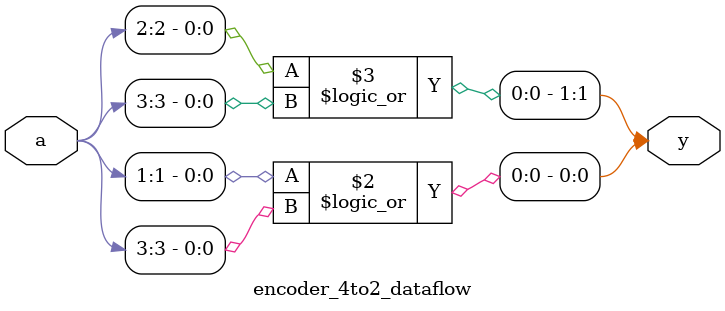
<source format=sv>
module encoder_4to2_dataflow
(
  input logic [3 : 0] a,
  output logic [1 : 0] y
);

  always_comb begin
    y[0] = a[1] || a[3];
    y[1] = a[2] || a[3];
  end
endmodule

</source>
